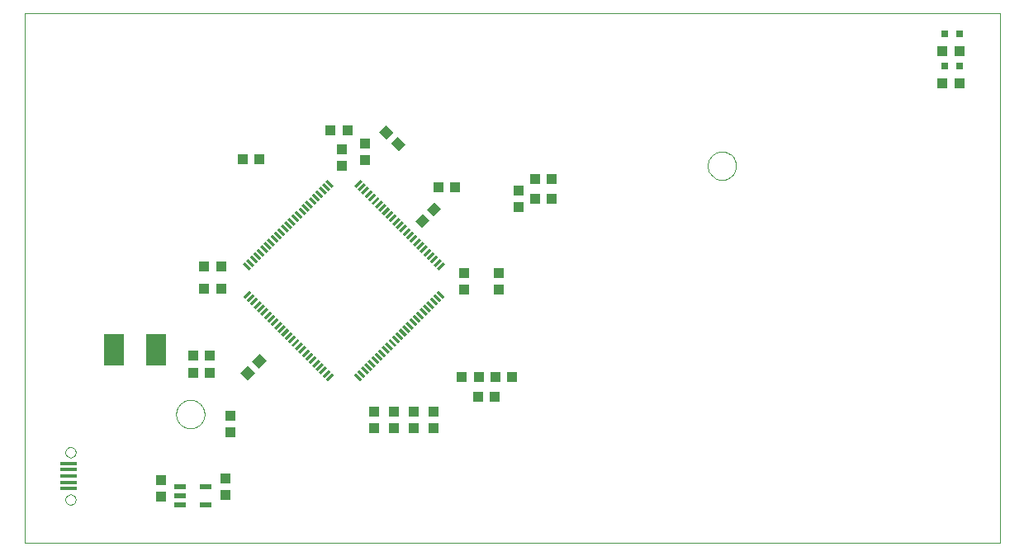
<source format=gtp>
G75*
%MOIN*%
%OFA0B0*%
%FSLAX24Y24*%
%IPPOS*%
%LPD*%
%AMOC8*
5,1,8,0,0,1.08239X$1,22.5*
%
%ADD10C,0.0000*%
%ADD11R,0.0354X0.0118*%
%ADD12R,0.0118X0.0354*%
%ADD13R,0.0394X0.0433*%
%ADD14R,0.0433X0.0394*%
%ADD15R,0.0315X0.0315*%
%ADD16R,0.0472X0.0217*%
%ADD17R,0.0799X0.1299*%
%ADD18R,0.0689X0.0157*%
D10*
X009750Y000930D02*
X009750Y022326D01*
X049120Y022326D01*
X049120Y000930D01*
X009750Y000930D01*
X011405Y002675D02*
X011407Y002703D01*
X011413Y002731D01*
X011422Y002757D01*
X011435Y002783D01*
X011451Y002806D01*
X011471Y002826D01*
X011493Y002844D01*
X011517Y002859D01*
X011543Y002870D01*
X011570Y002878D01*
X011598Y002882D01*
X011626Y002882D01*
X011654Y002878D01*
X011681Y002870D01*
X011707Y002859D01*
X011731Y002844D01*
X011753Y002826D01*
X011773Y002806D01*
X011789Y002783D01*
X011802Y002757D01*
X011811Y002731D01*
X011817Y002703D01*
X011819Y002675D01*
X011817Y002647D01*
X011811Y002619D01*
X011802Y002593D01*
X011789Y002567D01*
X011773Y002544D01*
X011753Y002524D01*
X011731Y002506D01*
X011707Y002491D01*
X011681Y002480D01*
X011654Y002472D01*
X011626Y002468D01*
X011598Y002468D01*
X011570Y002472D01*
X011543Y002480D01*
X011517Y002491D01*
X011493Y002506D01*
X011471Y002524D01*
X011451Y002544D01*
X011435Y002567D01*
X011422Y002593D01*
X011413Y002619D01*
X011407Y002647D01*
X011405Y002675D01*
X011405Y004585D02*
X011407Y004613D01*
X011413Y004641D01*
X011422Y004667D01*
X011435Y004693D01*
X011451Y004716D01*
X011471Y004736D01*
X011493Y004754D01*
X011517Y004769D01*
X011543Y004780D01*
X011570Y004788D01*
X011598Y004792D01*
X011626Y004792D01*
X011654Y004788D01*
X011681Y004780D01*
X011707Y004769D01*
X011731Y004754D01*
X011753Y004736D01*
X011773Y004716D01*
X011789Y004693D01*
X011802Y004667D01*
X011811Y004641D01*
X011817Y004613D01*
X011819Y004585D01*
X011817Y004557D01*
X011811Y004529D01*
X011802Y004503D01*
X011789Y004477D01*
X011773Y004454D01*
X011753Y004434D01*
X011731Y004416D01*
X011707Y004401D01*
X011681Y004390D01*
X011654Y004382D01*
X011626Y004378D01*
X011598Y004378D01*
X011570Y004382D01*
X011543Y004390D01*
X011517Y004401D01*
X011493Y004416D01*
X011471Y004434D01*
X011451Y004454D01*
X011435Y004477D01*
X011422Y004503D01*
X011413Y004529D01*
X011407Y004557D01*
X011405Y004585D01*
X015879Y006125D02*
X015881Y006172D01*
X015887Y006219D01*
X015896Y006265D01*
X015910Y006310D01*
X015927Y006354D01*
X015948Y006397D01*
X015972Y006437D01*
X015999Y006476D01*
X016030Y006512D01*
X016063Y006545D01*
X016099Y006576D01*
X016138Y006603D01*
X016178Y006627D01*
X016221Y006648D01*
X016265Y006665D01*
X016310Y006679D01*
X016356Y006688D01*
X016403Y006694D01*
X016450Y006696D01*
X016497Y006694D01*
X016544Y006688D01*
X016590Y006679D01*
X016635Y006665D01*
X016679Y006648D01*
X016722Y006627D01*
X016762Y006603D01*
X016801Y006576D01*
X016837Y006545D01*
X016870Y006512D01*
X016901Y006476D01*
X016928Y006437D01*
X016952Y006397D01*
X016973Y006354D01*
X016990Y006310D01*
X017004Y006265D01*
X017013Y006219D01*
X017019Y006172D01*
X017021Y006125D01*
X017019Y006078D01*
X017013Y006031D01*
X017004Y005985D01*
X016990Y005940D01*
X016973Y005896D01*
X016952Y005853D01*
X016928Y005813D01*
X016901Y005774D01*
X016870Y005738D01*
X016837Y005705D01*
X016801Y005674D01*
X016762Y005647D01*
X016722Y005623D01*
X016679Y005602D01*
X016635Y005585D01*
X016590Y005571D01*
X016544Y005562D01*
X016497Y005556D01*
X016450Y005554D01*
X016403Y005556D01*
X016356Y005562D01*
X016310Y005571D01*
X016265Y005585D01*
X016221Y005602D01*
X016178Y005623D01*
X016138Y005647D01*
X016099Y005674D01*
X016063Y005705D01*
X016030Y005738D01*
X015999Y005774D01*
X015972Y005813D01*
X015948Y005853D01*
X015927Y005896D01*
X015910Y005940D01*
X015896Y005985D01*
X015887Y006031D01*
X015881Y006078D01*
X015879Y006125D01*
X037334Y016165D02*
X037336Y016212D01*
X037342Y016259D01*
X037351Y016305D01*
X037365Y016350D01*
X037382Y016394D01*
X037403Y016437D01*
X037427Y016477D01*
X037454Y016516D01*
X037485Y016552D01*
X037518Y016585D01*
X037554Y016616D01*
X037593Y016643D01*
X037633Y016667D01*
X037676Y016688D01*
X037720Y016705D01*
X037765Y016719D01*
X037811Y016728D01*
X037858Y016734D01*
X037905Y016736D01*
X037952Y016734D01*
X037999Y016728D01*
X038045Y016719D01*
X038090Y016705D01*
X038134Y016688D01*
X038177Y016667D01*
X038217Y016643D01*
X038256Y016616D01*
X038292Y016585D01*
X038325Y016552D01*
X038356Y016516D01*
X038383Y016477D01*
X038407Y016437D01*
X038428Y016394D01*
X038445Y016350D01*
X038459Y016305D01*
X038468Y016259D01*
X038474Y016212D01*
X038476Y016165D01*
X038474Y016118D01*
X038468Y016071D01*
X038459Y016025D01*
X038445Y015980D01*
X038428Y015936D01*
X038407Y015893D01*
X038383Y015853D01*
X038356Y015814D01*
X038325Y015778D01*
X038292Y015745D01*
X038256Y015714D01*
X038217Y015687D01*
X038177Y015663D01*
X038134Y015642D01*
X038090Y015625D01*
X038045Y015611D01*
X037999Y015602D01*
X037952Y015596D01*
X037905Y015594D01*
X037858Y015596D01*
X037811Y015602D01*
X037765Y015611D01*
X037720Y015625D01*
X037676Y015642D01*
X037633Y015663D01*
X037593Y015687D01*
X037554Y015714D01*
X037518Y015745D01*
X037485Y015778D01*
X037454Y015814D01*
X037427Y015853D01*
X037403Y015893D01*
X037382Y015936D01*
X037365Y015980D01*
X037351Y016025D01*
X037342Y016071D01*
X037336Y016118D01*
X037334Y016165D01*
D11*
G36*
X026727Y012184D02*
X026478Y011935D01*
X026395Y012018D01*
X026644Y012267D01*
X026727Y012184D01*
G37*
G36*
X026588Y012323D02*
X026339Y012074D01*
X026256Y012157D01*
X026505Y012406D01*
X026588Y012323D01*
G37*
G36*
X026449Y012462D02*
X026200Y012213D01*
X026117Y012296D01*
X026366Y012545D01*
X026449Y012462D01*
G37*
G36*
X026310Y012601D02*
X026061Y012352D01*
X025978Y012435D01*
X026227Y012684D01*
X026310Y012601D01*
G37*
G36*
X026171Y012740D02*
X025922Y012491D01*
X025839Y012574D01*
X026088Y012823D01*
X026171Y012740D01*
G37*
G36*
X026031Y012880D02*
X025782Y012631D01*
X025699Y012714D01*
X025948Y012963D01*
X026031Y012880D01*
G37*
G36*
X025892Y013019D02*
X025643Y012770D01*
X025560Y012853D01*
X025809Y013102D01*
X025892Y013019D01*
G37*
G36*
X025753Y013158D02*
X025504Y012909D01*
X025421Y012992D01*
X025670Y013241D01*
X025753Y013158D01*
G37*
G36*
X025614Y013297D02*
X025365Y013048D01*
X025282Y013131D01*
X025531Y013380D01*
X025614Y013297D01*
G37*
G36*
X025475Y013436D02*
X025226Y013187D01*
X025143Y013270D01*
X025392Y013519D01*
X025475Y013436D01*
G37*
G36*
X025335Y013576D02*
X025086Y013327D01*
X025003Y013410D01*
X025252Y013659D01*
X025335Y013576D01*
G37*
G36*
X025196Y013715D02*
X024947Y013466D01*
X024864Y013549D01*
X025113Y013798D01*
X025196Y013715D01*
G37*
G36*
X025057Y013854D02*
X024808Y013605D01*
X024725Y013688D01*
X024974Y013937D01*
X025057Y013854D01*
G37*
G36*
X024918Y013993D02*
X024669Y013744D01*
X024586Y013827D01*
X024835Y014076D01*
X024918Y013993D01*
G37*
G36*
X024779Y014132D02*
X024530Y013883D01*
X024447Y013966D01*
X024696Y014215D01*
X024779Y014132D01*
G37*
G36*
X024639Y014272D02*
X024390Y014023D01*
X024307Y014106D01*
X024556Y014355D01*
X024639Y014272D01*
G37*
G36*
X024500Y014411D02*
X024251Y014162D01*
X024168Y014245D01*
X024417Y014494D01*
X024500Y014411D01*
G37*
G36*
X024361Y014550D02*
X024112Y014301D01*
X024029Y014384D01*
X024278Y014633D01*
X024361Y014550D01*
G37*
G36*
X024222Y014689D02*
X023973Y014440D01*
X023890Y014523D01*
X024139Y014772D01*
X024222Y014689D01*
G37*
G36*
X024083Y014828D02*
X023834Y014579D01*
X023751Y014662D01*
X024000Y014911D01*
X024083Y014828D01*
G37*
G36*
X023943Y014968D02*
X023694Y014719D01*
X023611Y014802D01*
X023860Y015051D01*
X023943Y014968D01*
G37*
G36*
X023804Y015107D02*
X023555Y014858D01*
X023472Y014941D01*
X023721Y015190D01*
X023804Y015107D01*
G37*
G36*
X023665Y015246D02*
X023416Y014997D01*
X023333Y015080D01*
X023582Y015329D01*
X023665Y015246D01*
G37*
G36*
X023526Y015385D02*
X023277Y015136D01*
X023194Y015219D01*
X023443Y015468D01*
X023526Y015385D01*
G37*
G36*
X023387Y015524D02*
X023138Y015275D01*
X023055Y015358D01*
X023304Y015607D01*
X023387Y015524D01*
G37*
G36*
X018905Y011042D02*
X018656Y010793D01*
X018573Y010876D01*
X018822Y011125D01*
X018905Y011042D01*
G37*
G36*
X019044Y010903D02*
X018795Y010654D01*
X018712Y010737D01*
X018961Y010986D01*
X019044Y010903D01*
G37*
G36*
X019183Y010764D02*
X018934Y010515D01*
X018851Y010598D01*
X019100Y010847D01*
X019183Y010764D01*
G37*
G36*
X019322Y010625D02*
X019073Y010376D01*
X018990Y010459D01*
X019239Y010708D01*
X019322Y010625D01*
G37*
G36*
X019461Y010486D02*
X019212Y010237D01*
X019129Y010320D01*
X019378Y010569D01*
X019461Y010486D01*
G37*
G36*
X019601Y010346D02*
X019352Y010097D01*
X019269Y010180D01*
X019518Y010429D01*
X019601Y010346D01*
G37*
G36*
X019740Y010207D02*
X019491Y009958D01*
X019408Y010041D01*
X019657Y010290D01*
X019740Y010207D01*
G37*
G36*
X019879Y010068D02*
X019630Y009819D01*
X019547Y009902D01*
X019796Y010151D01*
X019879Y010068D01*
G37*
G36*
X020018Y009929D02*
X019769Y009680D01*
X019686Y009763D01*
X019935Y010012D01*
X020018Y009929D01*
G37*
G36*
X020157Y009790D02*
X019908Y009541D01*
X019825Y009624D01*
X020074Y009873D01*
X020157Y009790D01*
G37*
G36*
X020297Y009650D02*
X020048Y009401D01*
X019965Y009484D01*
X020214Y009733D01*
X020297Y009650D01*
G37*
G36*
X020436Y009511D02*
X020187Y009262D01*
X020104Y009345D01*
X020353Y009594D01*
X020436Y009511D01*
G37*
G36*
X020575Y009372D02*
X020326Y009123D01*
X020243Y009206D01*
X020492Y009455D01*
X020575Y009372D01*
G37*
G36*
X020714Y009233D02*
X020465Y008984D01*
X020382Y009067D01*
X020631Y009316D01*
X020714Y009233D01*
G37*
G36*
X020853Y009094D02*
X020604Y008845D01*
X020521Y008928D01*
X020770Y009177D01*
X020853Y009094D01*
G37*
G36*
X020993Y008954D02*
X020744Y008705D01*
X020661Y008788D01*
X020910Y009037D01*
X020993Y008954D01*
G37*
G36*
X021132Y008815D02*
X020883Y008566D01*
X020800Y008649D01*
X021049Y008898D01*
X021132Y008815D01*
G37*
G36*
X021271Y008676D02*
X021022Y008427D01*
X020939Y008510D01*
X021188Y008759D01*
X021271Y008676D01*
G37*
G36*
X021410Y008537D02*
X021161Y008288D01*
X021078Y008371D01*
X021327Y008620D01*
X021410Y008537D01*
G37*
G36*
X021549Y008398D02*
X021300Y008149D01*
X021217Y008232D01*
X021466Y008481D01*
X021549Y008398D01*
G37*
G36*
X021689Y008258D02*
X021440Y008009D01*
X021357Y008092D01*
X021606Y008341D01*
X021689Y008258D01*
G37*
G36*
X021828Y008119D02*
X021579Y007870D01*
X021496Y007953D01*
X021745Y008202D01*
X021828Y008119D01*
G37*
G36*
X021967Y007980D02*
X021718Y007731D01*
X021635Y007814D01*
X021884Y008063D01*
X021967Y007980D01*
G37*
G36*
X022106Y007841D02*
X021857Y007592D01*
X021774Y007675D01*
X022023Y007924D01*
X022106Y007841D01*
G37*
G36*
X022245Y007702D02*
X021996Y007453D01*
X021913Y007536D01*
X022162Y007785D01*
X022245Y007702D01*
G37*
D12*
G36*
X023387Y007536D02*
X023304Y007453D01*
X023055Y007702D01*
X023138Y007785D01*
X023387Y007536D01*
G37*
G36*
X023526Y007675D02*
X023443Y007592D01*
X023194Y007841D01*
X023277Y007924D01*
X023526Y007675D01*
G37*
G36*
X023665Y007814D02*
X023582Y007731D01*
X023333Y007980D01*
X023416Y008063D01*
X023665Y007814D01*
G37*
G36*
X023804Y007953D02*
X023721Y007870D01*
X023472Y008119D01*
X023555Y008202D01*
X023804Y007953D01*
G37*
G36*
X023943Y008092D02*
X023860Y008009D01*
X023611Y008258D01*
X023694Y008341D01*
X023943Y008092D01*
G37*
G36*
X024083Y008232D02*
X024000Y008149D01*
X023751Y008398D01*
X023834Y008481D01*
X024083Y008232D01*
G37*
G36*
X024222Y008371D02*
X024139Y008288D01*
X023890Y008537D01*
X023973Y008620D01*
X024222Y008371D01*
G37*
G36*
X024361Y008510D02*
X024278Y008427D01*
X024029Y008676D01*
X024112Y008759D01*
X024361Y008510D01*
G37*
G36*
X024500Y008649D02*
X024417Y008566D01*
X024168Y008815D01*
X024251Y008898D01*
X024500Y008649D01*
G37*
G36*
X024639Y008788D02*
X024556Y008705D01*
X024307Y008954D01*
X024390Y009037D01*
X024639Y008788D01*
G37*
G36*
X024779Y008928D02*
X024696Y008845D01*
X024447Y009094D01*
X024530Y009177D01*
X024779Y008928D01*
G37*
G36*
X024918Y009067D02*
X024835Y008984D01*
X024586Y009233D01*
X024669Y009316D01*
X024918Y009067D01*
G37*
G36*
X025057Y009206D02*
X024974Y009123D01*
X024725Y009372D01*
X024808Y009455D01*
X025057Y009206D01*
G37*
G36*
X025196Y009345D02*
X025113Y009262D01*
X024864Y009511D01*
X024947Y009594D01*
X025196Y009345D01*
G37*
G36*
X025335Y009484D02*
X025252Y009401D01*
X025003Y009650D01*
X025086Y009733D01*
X025335Y009484D01*
G37*
G36*
X025475Y009624D02*
X025392Y009541D01*
X025143Y009790D01*
X025226Y009873D01*
X025475Y009624D01*
G37*
G36*
X025614Y009763D02*
X025531Y009680D01*
X025282Y009929D01*
X025365Y010012D01*
X025614Y009763D01*
G37*
G36*
X025753Y009902D02*
X025670Y009819D01*
X025421Y010068D01*
X025504Y010151D01*
X025753Y009902D01*
G37*
G36*
X025892Y010041D02*
X025809Y009958D01*
X025560Y010207D01*
X025643Y010290D01*
X025892Y010041D01*
G37*
G36*
X026031Y010180D02*
X025948Y010097D01*
X025699Y010346D01*
X025782Y010429D01*
X026031Y010180D01*
G37*
G36*
X026171Y010320D02*
X026088Y010237D01*
X025839Y010486D01*
X025922Y010569D01*
X026171Y010320D01*
G37*
G36*
X026310Y010459D02*
X026227Y010376D01*
X025978Y010625D01*
X026061Y010708D01*
X026310Y010459D01*
G37*
G36*
X026449Y010598D02*
X026366Y010515D01*
X026117Y010764D01*
X026200Y010847D01*
X026449Y010598D01*
G37*
G36*
X026588Y010737D02*
X026505Y010654D01*
X026256Y010903D01*
X026339Y010986D01*
X026588Y010737D01*
G37*
G36*
X026727Y010876D02*
X026644Y010793D01*
X026395Y011042D01*
X026478Y011125D01*
X026727Y010876D01*
G37*
G36*
X020853Y013966D02*
X020770Y013883D01*
X020521Y014132D01*
X020604Y014215D01*
X020853Y013966D01*
G37*
G36*
X020993Y014106D02*
X020910Y014023D01*
X020661Y014272D01*
X020744Y014355D01*
X020993Y014106D01*
G37*
G36*
X021132Y014245D02*
X021049Y014162D01*
X020800Y014411D01*
X020883Y014494D01*
X021132Y014245D01*
G37*
G36*
X021271Y014384D02*
X021188Y014301D01*
X020939Y014550D01*
X021022Y014633D01*
X021271Y014384D01*
G37*
G36*
X021410Y014523D02*
X021327Y014440D01*
X021078Y014689D01*
X021161Y014772D01*
X021410Y014523D01*
G37*
G36*
X021549Y014662D02*
X021466Y014579D01*
X021217Y014828D01*
X021300Y014911D01*
X021549Y014662D01*
G37*
G36*
X021689Y014802D02*
X021606Y014719D01*
X021357Y014968D01*
X021440Y015051D01*
X021689Y014802D01*
G37*
G36*
X021828Y014941D02*
X021745Y014858D01*
X021496Y015107D01*
X021579Y015190D01*
X021828Y014941D01*
G37*
G36*
X021967Y015080D02*
X021884Y014997D01*
X021635Y015246D01*
X021718Y015329D01*
X021967Y015080D01*
G37*
G36*
X022106Y015219D02*
X022023Y015136D01*
X021774Y015385D01*
X021857Y015468D01*
X022106Y015219D01*
G37*
G36*
X022245Y015358D02*
X022162Y015275D01*
X021913Y015524D01*
X021996Y015607D01*
X022245Y015358D01*
G37*
G36*
X020714Y013827D02*
X020631Y013744D01*
X020382Y013993D01*
X020465Y014076D01*
X020714Y013827D01*
G37*
G36*
X020575Y013688D02*
X020492Y013605D01*
X020243Y013854D01*
X020326Y013937D01*
X020575Y013688D01*
G37*
G36*
X020436Y013549D02*
X020353Y013466D01*
X020104Y013715D01*
X020187Y013798D01*
X020436Y013549D01*
G37*
G36*
X020297Y013410D02*
X020214Y013327D01*
X019965Y013576D01*
X020048Y013659D01*
X020297Y013410D01*
G37*
G36*
X020157Y013270D02*
X020074Y013187D01*
X019825Y013436D01*
X019908Y013519D01*
X020157Y013270D01*
G37*
G36*
X020018Y013131D02*
X019935Y013048D01*
X019686Y013297D01*
X019769Y013380D01*
X020018Y013131D01*
G37*
G36*
X019879Y012992D02*
X019796Y012909D01*
X019547Y013158D01*
X019630Y013241D01*
X019879Y012992D01*
G37*
G36*
X019740Y012853D02*
X019657Y012770D01*
X019408Y013019D01*
X019491Y013102D01*
X019740Y012853D01*
G37*
G36*
X019601Y012714D02*
X019518Y012631D01*
X019269Y012880D01*
X019352Y012963D01*
X019601Y012714D01*
G37*
G36*
X019461Y012574D02*
X019378Y012491D01*
X019129Y012740D01*
X019212Y012823D01*
X019461Y012574D01*
G37*
G36*
X019322Y012435D02*
X019239Y012352D01*
X018990Y012601D01*
X019073Y012684D01*
X019322Y012435D01*
G37*
G36*
X019183Y012296D02*
X019100Y012213D01*
X018851Y012462D01*
X018934Y012545D01*
X019183Y012296D01*
G37*
G36*
X019044Y012157D02*
X018961Y012074D01*
X018712Y012323D01*
X018795Y012406D01*
X019044Y012157D01*
G37*
G36*
X018905Y012018D02*
X018822Y011935D01*
X018573Y012184D01*
X018656Y012267D01*
X018905Y012018D01*
G37*
D13*
X022550Y016145D03*
X022550Y016815D03*
X023500Y017065D03*
X023500Y016395D03*
X029700Y015165D03*
X029700Y014495D03*
X028900Y011815D03*
X027500Y011815D03*
X027500Y011145D03*
X028900Y011145D03*
X026250Y006215D03*
X026250Y005545D03*
X025450Y005545D03*
X024650Y005545D03*
X024650Y006215D03*
X025450Y006215D03*
X023850Y006215D03*
X023850Y005545D03*
X018050Y005395D03*
X018050Y006065D03*
X017850Y003515D03*
X017850Y002845D03*
X015250Y002795D03*
X015250Y003465D03*
D14*
X016565Y007780D03*
X017235Y007780D03*
X017235Y008480D03*
X016565Y008480D03*
G36*
X019055Y007806D02*
X018750Y007501D01*
X018471Y007780D01*
X018776Y008085D01*
X019055Y007806D01*
G37*
G36*
X019529Y008280D02*
X019224Y007975D01*
X018945Y008254D01*
X019250Y008559D01*
X019529Y008280D01*
G37*
X017685Y011180D03*
X017015Y011180D03*
X017015Y012080D03*
X017685Y012080D03*
G36*
X026105Y013956D02*
X025800Y013651D01*
X025521Y013930D01*
X025826Y014235D01*
X026105Y013956D01*
G37*
G36*
X026579Y014430D02*
X026274Y014125D01*
X025995Y014404D01*
X026300Y014709D01*
X026579Y014430D01*
G37*
X026465Y015280D03*
X027135Y015280D03*
X030365Y015630D03*
X031035Y015630D03*
X031035Y014830D03*
X030365Y014830D03*
G36*
X024824Y017335D02*
X025129Y017030D01*
X024850Y016751D01*
X024545Y017056D01*
X024824Y017335D01*
G37*
G36*
X024350Y017809D02*
X024655Y017504D01*
X024376Y017225D01*
X024071Y017530D01*
X024350Y017809D01*
G37*
X022785Y017580D03*
X022115Y017580D03*
X019235Y016430D03*
X018565Y016430D03*
X027415Y007630D03*
X028085Y007630D03*
X028765Y007630D03*
X029435Y007630D03*
X028735Y006830D03*
X028065Y006830D03*
X046815Y019480D03*
X047485Y019480D03*
X047485Y020780D03*
X046815Y020780D03*
D15*
X046905Y020180D03*
X047495Y020180D03*
X047495Y021480D03*
X046905Y021480D03*
D16*
X017062Y003204D03*
X016038Y003204D03*
X016038Y002830D03*
X016038Y002456D03*
X017062Y002456D03*
D17*
X015050Y008730D03*
X013350Y008730D03*
D18*
X011531Y004142D03*
X011531Y003886D03*
X011531Y003630D03*
X011531Y003374D03*
X011531Y003118D03*
M02*

</source>
